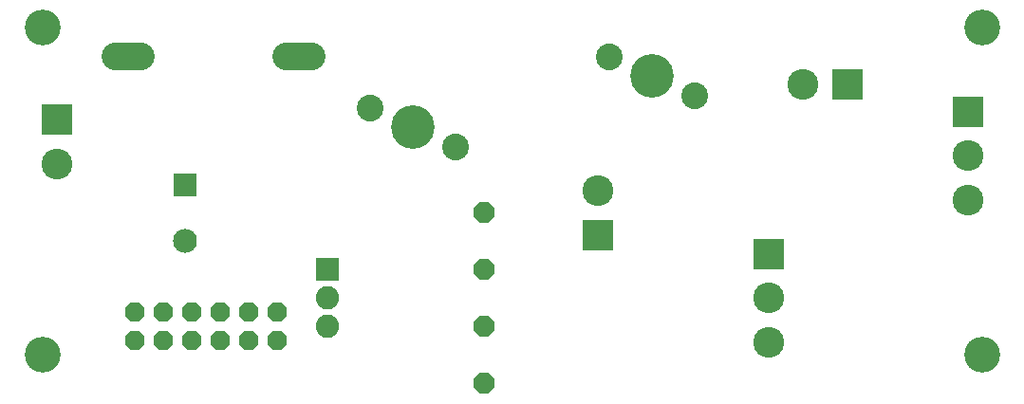
<source format=gts>
G75*
%MOIN*%
%OFA0B0*%
%FSLAX25Y25*%
%IPPOS*%
%LPD*%
%AMOC8*
5,1,8,0,0,1.08239X$1,22.5*
%
%ADD10C,0.12611*%
%ADD11C,0.08400*%
%ADD12R,0.08400X0.08400*%
%ADD13OC8,0.07100*%
%ADD14C,0.09650*%
%ADD15OC8,0.06800*%
%ADD16R,0.10800X0.10800*%
%ADD17C,0.10800*%
%ADD18C,0.15300*%
%ADD19C,0.09400*%
%ADD20R,0.08200X0.08200*%
%ADD21C,0.08200*%
D10*
X0031500Y0031500D03*
X0031500Y0146500D03*
X0361500Y0146500D03*
X0361500Y0031500D03*
D11*
X0081500Y0071657D03*
D12*
X0081500Y0091343D03*
D13*
X0186500Y0081500D03*
X0186500Y0061500D03*
X0186500Y0041500D03*
X0186500Y0021500D03*
D14*
X0125925Y0136500D02*
X0117075Y0136500D01*
X0065925Y0136500D02*
X0057075Y0136500D01*
D15*
X0064000Y0046500D03*
X0074000Y0046500D03*
X0084000Y0046500D03*
X0094000Y0046500D03*
X0104000Y0046500D03*
X0114000Y0046500D03*
X0114000Y0036500D03*
X0104000Y0036500D03*
X0094000Y0036500D03*
X0084000Y0036500D03*
X0074000Y0036500D03*
X0064000Y0036500D03*
D16*
X0036500Y0114295D03*
X0226500Y0073705D03*
X0286500Y0067091D03*
X0356500Y0117091D03*
X0314295Y0126500D03*
D17*
X0298705Y0126500D03*
X0356500Y0101500D03*
X0356500Y0085909D03*
X0286500Y0051500D03*
X0286500Y0035909D03*
X0226500Y0089295D03*
X0036500Y0098705D03*
D18*
X0161500Y0111500D03*
X0245500Y0129500D03*
D19*
X0230500Y0136311D03*
X0260500Y0122689D03*
X0176500Y0104689D03*
X0146500Y0118311D03*
D20*
X0131500Y0061500D03*
D21*
X0131500Y0051500D03*
X0131500Y0041500D03*
M02*

</source>
